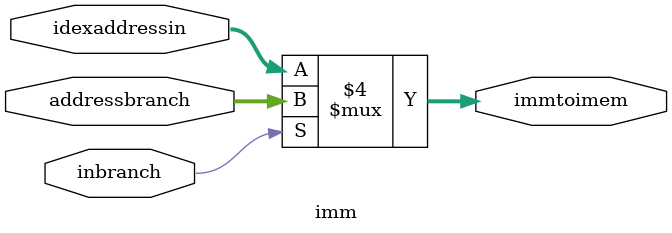
<source format=v>
`timescale 1ns / 1ps
module imm(inbranch,addressbranch,idexaddressin,immtoimem
    );
input wire inbranch;
input wire [31:0] addressbranch;
input wire [31:0] idexaddressin;
output reg [31:0] immtoimem;

always@(*)begin
if (inbranch==1)
immtoimem<=addressbranch;
else
immtoimem<=idexaddressin;
end

endmodule

</source>
